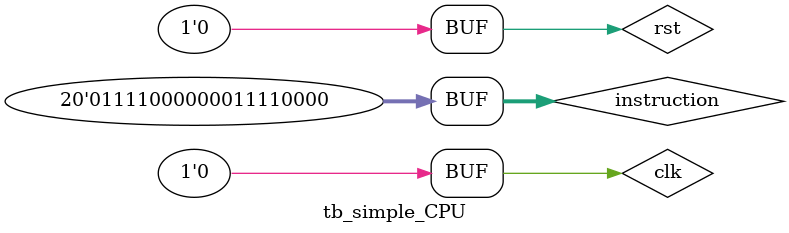
<source format=sv>
`timescale 1ns / 1ps
 
module tb_simple_CPU;
       
    parameter DATA_WIDTH = 8; //8 bit wide data
    parameter ADDR_BITS = 5; //32 Addresses
    parameter INSTR_WIDTH =20; //20b instruction
   
    reg clk, rst;
    reg [INSTR_WIDTH-1:0] instruction;

    
    simple_cpu  #(DATA_WIDTH,ADDR_BITS,INSTR_WIDTH) SCPU_DUT(clk, rst, instruction);
    
    
  
    initial begin
        $dumpfile("dump.vcd");
        $dumpvars;
        clk = 1'b1;
        rst = 1'b1;
        instruction = 20'd0;
        repeat(3) #1 clk=!clk;
        rst = 1'b0;
        repeat(2) #1 clk=!clk;
                
                
        /*Info on the simple CPU:
            * Reset sets regfile = [0,1,2,3]
            * ADD = opcode 0, SUB = opcode 1  
        */
            
                                        //ADD:    reg0  = reg1 + reg3   //1+3=4
        //In the instruction this is:    (instr)  (X1)    (X2)   (X3)  
        instruction = 20'b01000111000000000000;
        repeat(8) #1 clk=!clk; //4 rising edges
        
                                        //ADD:    reg1  = reg0 + reg3   //4+3=7
        //In the instruction this is:    (instr)  (X1)    (X2)   (X3)
        instruction = 20'b01010011000000000000;
        repeat(6) #1 clk=!clk; 
                
                                         //SUB:   reg2  = reg0 - reg2  //4-2=2  
       //In the instruction this is:    (instr)  (X1)    (X2)   (X3) 
        instruction = 20'b01110010000000000001;
        repeat(6) #1 clk=!clk;
        
                                         //STORE_R:   DATA_MEM(reg2 + 15) = reg1  //DATA_MEM(2+15)=7  
        //In the instruction this is:    (instr)               (X2)         (X1)
        instruction = 20'b11011000000011110000;
        repeat(6) #1 clk=!clk;
        
                                           //STORE_R:   DATA_MEM(reg3 + 22) = reg0  //DATA_MEM(2+22)= 4  
        //In the instruction this is:    (instr)                 (X2)         (X1)
        instruction = 20'b11001100000111100000;
        repeat(6) #1 clk=!clk;
        
      //STORE_R:   DATA_MEM(reg2+ 0) = reg2  //DATA_MEM(2+22)= 4  
        //In the instruction this is:    (instr)                 (X2)         (X1)
        instruction = 20'b11011000001111000000;
        repeat(6) #1 clk=!clk;

                                           //LOAD_R:   DATA_MEM(reg2 + 15) = reg3  //reg3 = DATA_MEM(2+15)  -> reg3 becomes 7  
        //In the instruction this is:    (instr)                (X2)         (X1)
        instruction = 20'b10111000000011110000;
        repeat(7) #1 clk=!clk;
      
      
      //LOAD_R: second loadR instruction  -> reg3 becomes 6  
       
        instruction = 20'b1111000000011110000;
        repeat(7) #1 clk=!clk;       
        
    end
    
    
endmodule
</source>
